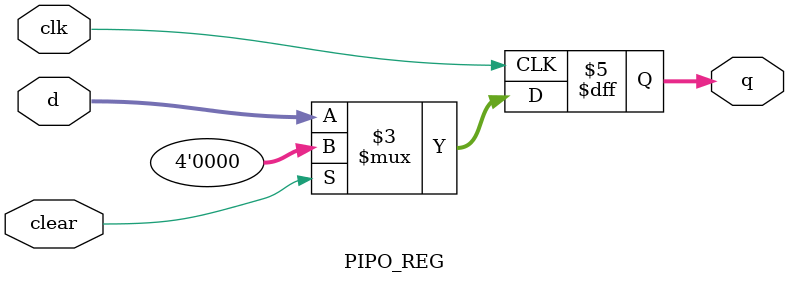
<source format=v>
`timescale 1ns / 1ps


module PIPO_REG(clk,clear,d,q);
input clk,clear;
output reg[3:0]q;
input [3:0]d;
always @(posedge clk)
begin
if(clear)
q=4'b0000;
else
q=d;
end
endmodule

</source>
